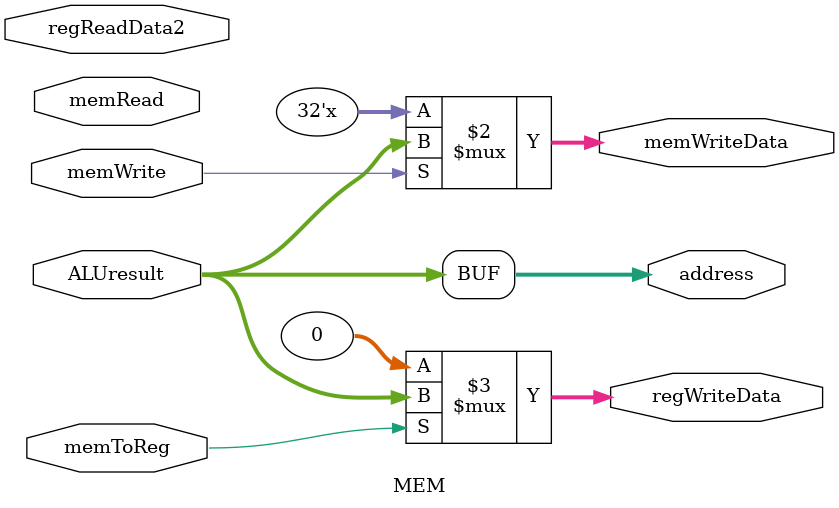
<source format=v>
module MEM #(
        parameter REG_NUM_BITWIDTH = 5,
        parameter WORD_BITWIDTH = 32
    )(
        input [WORD_BITWIDTH-1:0] ALUresult,
        input [WORD_BITWIDTH-1:0] regReadData2,
        input memWrite,
        input memRead,
        input memToReg,
        output reg [WORD_BITWIDTH-1:0] regWriteData,
        output reg [WORD_BITWIDTH-1:0] address,
        output reg [WORD_BITWIDTH-1:0] memWriteData
    );
    always @(*)
    begin
        memWriteData=memWrite?ALUresult:memWriteData;
        address=ALUresult;
        regWriteData=memToReg?ALUresult:0;
    end
endmodule

</source>
